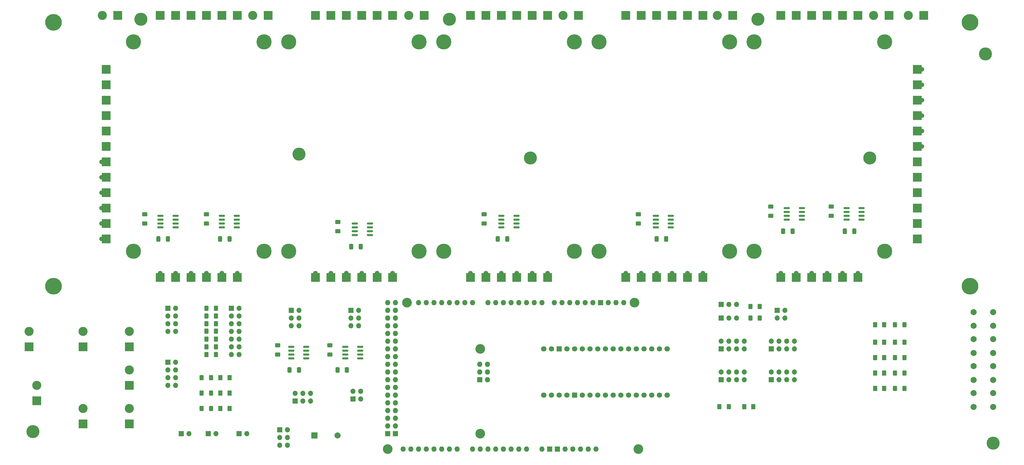
<source format=gts>
G04 #@! TF.GenerationSoftware,KiCad,Pcbnew,7.0.1*
G04 #@! TF.CreationDate,2023-03-21T23:46:41-06:00*
G04 #@! TF.ProjectId,Arm_PCB,41726d5f-5043-4422-9e6b-696361645f70,rev?*
G04 #@! TF.SameCoordinates,Original*
G04 #@! TF.FileFunction,Soldermask,Top*
G04 #@! TF.FilePolarity,Negative*
%FSLAX46Y46*%
G04 Gerber Fmt 4.6, Leading zero omitted, Abs format (unit mm)*
G04 Created by KiCad (PCBNEW 7.0.1) date 2023-03-21 23:46:41*
%MOMM*%
%LPD*%
G01*
G04 APERTURE LIST*
G04 Aperture macros list*
%AMRoundRect*
0 Rectangle with rounded corners*
0 $1 Rounding radius*
0 $2 $3 $4 $5 $6 $7 $8 $9 X,Y pos of 4 corners*
0 Add a 4 corners polygon primitive as box body*
4,1,4,$2,$3,$4,$5,$6,$7,$8,$9,$2,$3,0*
0 Add four circle primitives for the rounded corners*
1,1,$1+$1,$2,$3*
1,1,$1+$1,$4,$5*
1,1,$1+$1,$6,$7*
1,1,$1+$1,$8,$9*
0 Add four rect primitives between the rounded corners*
20,1,$1+$1,$2,$3,$4,$5,0*
20,1,$1+$1,$4,$5,$6,$7,0*
20,1,$1+$1,$6,$7,$8,$9,0*
20,1,$1+$1,$8,$9,$2,$3,0*%
G04 Aperture macros list end*
%ADD10C,4.300000*%
%ADD11R,3.000000X3.000000*%
%ADD12C,3.000000*%
%ADD13C,5.000000*%
%ADD14C,1.500000*%
%ADD15RoundRect,0.250000X-0.625000X0.400000X-0.625000X-0.400000X0.625000X-0.400000X0.625000X0.400000X0*%
%ADD16RoundRect,0.250000X-0.412500X-0.650000X0.412500X-0.650000X0.412500X0.650000X-0.412500X0.650000X0*%
%ADD17RoundRect,0.150000X-0.825000X-0.150000X0.825000X-0.150000X0.825000X0.150000X-0.825000X0.150000X0*%
%ADD18RoundRect,0.250001X-0.462499X-0.624999X0.462499X-0.624999X0.462499X0.624999X-0.462499X0.624999X0*%
%ADD19RoundRect,0.250000X-0.400000X-0.625000X0.400000X-0.625000X0.400000X0.625000X-0.400000X0.625000X0*%
%ADD20R,1.700000X1.700000*%
%ADD21O,1.700000X1.700000*%
%ADD22C,2.000000*%
%ADD23C,5.500000*%
%ADD24C,1.800000*%
%ADD25C,1.727200*%
%ADD26R,1.727200X1.727200*%
%ADD27R,2.000000X2.000000*%
%ADD28C,3.200000*%
%ADD29O,1.727200X1.727200*%
G04 APERTURE END LIST*
D10*
X54610000Y-182880000D03*
D11*
X183515000Y-45720000D03*
D12*
X178435000Y-45720000D03*
D13*
X241055000Y-54400000D03*
X241055000Y-123400000D03*
X284055000Y-54400000D03*
X284055000Y-123400000D03*
D11*
X275255000Y-45720000D03*
X270175000Y-45720000D03*
D14*
X254935000Y-130580000D03*
D11*
X254935000Y-132080000D03*
D14*
X249855000Y-130580000D03*
D11*
X249855000Y-132080000D03*
D14*
X275255000Y-130580000D03*
D11*
X275255000Y-132080000D03*
D14*
X270175000Y-130580000D03*
D11*
X270175000Y-132080000D03*
D14*
X265095000Y-130580000D03*
D11*
X265095000Y-132080000D03*
D14*
X260015000Y-130580000D03*
D11*
X260015000Y-132080000D03*
X265095000Y-45720000D03*
X260015000Y-45720000D03*
X254935000Y-45720000D03*
X249855000Y-45720000D03*
D15*
X152400000Y-154380000D03*
X152400000Y-157480000D03*
D16*
X301675000Y-116840000D03*
X304800000Y-116840000D03*
D10*
X368300000Y-58420000D03*
D17*
X322580000Y-109220000D03*
X322580000Y-110490000D03*
X322580000Y-111760000D03*
X322580000Y-113030000D03*
X327530000Y-113030000D03*
X327530000Y-111760000D03*
X327530000Y-110490000D03*
X327530000Y-109220000D03*
D18*
X332025000Y-147637500D03*
X335000000Y-147637500D03*
D13*
X292155000Y-54400000D03*
X292155000Y-123400000D03*
X335155000Y-54400000D03*
X335155000Y-123400000D03*
D11*
X326355000Y-45720000D03*
X321275000Y-45720000D03*
D14*
X306035000Y-130580000D03*
D11*
X306035000Y-132080000D03*
D14*
X300955000Y-130580000D03*
D11*
X300955000Y-132080000D03*
D14*
X326355000Y-130580000D03*
D11*
X326355000Y-132080000D03*
D14*
X321275000Y-130580000D03*
D11*
X321275000Y-132080000D03*
D14*
X316195000Y-130580000D03*
D11*
X316195000Y-132080000D03*
D14*
X311115000Y-130580000D03*
D11*
X311115000Y-132080000D03*
X316195000Y-45720000D03*
X311115000Y-45720000D03*
X306035000Y-45720000D03*
X300955000Y-45720000D03*
D10*
X370840000Y-186690000D03*
X142240000Y-91440000D03*
D17*
X96650000Y-111760000D03*
X96650000Y-113030000D03*
X96650000Y-114300000D03*
X96650000Y-115570000D03*
X101600000Y-115570000D03*
X101600000Y-114300000D03*
X101600000Y-113030000D03*
X101600000Y-111760000D03*
D15*
X111760000Y-111200000D03*
X111760000Y-114300000D03*
D17*
X139700000Y-154940000D03*
X139700000Y-156210000D03*
X139700000Y-157480000D03*
X139700000Y-158750000D03*
X144650000Y-158750000D03*
X144650000Y-157480000D03*
X144650000Y-156210000D03*
X144650000Y-154940000D03*
X208915000Y-111760000D03*
X208915000Y-113030000D03*
X208915000Y-114300000D03*
X208915000Y-115570000D03*
X213865000Y-115570000D03*
X213865000Y-114300000D03*
X213865000Y-113030000D03*
X213865000Y-111760000D03*
D19*
X111835000Y-147320000D03*
X114935000Y-147320000D03*
D20*
X281315000Y-165740000D03*
D21*
X281315000Y-163200000D03*
X283855000Y-165740000D03*
X283855000Y-163200000D03*
X286395000Y-165740000D03*
X286395000Y-163200000D03*
X288935000Y-165740000D03*
X288935000Y-163200000D03*
D20*
X297825000Y-165740000D03*
D21*
X297825000Y-163200000D03*
X300365000Y-165740000D03*
X300365000Y-163200000D03*
X302905000Y-165740000D03*
X302905000Y-163200000D03*
X305445000Y-165740000D03*
X305445000Y-163200000D03*
D20*
X103505000Y-183515000D03*
D21*
X106045000Y-183515000D03*
D11*
X285115000Y-45720000D03*
D12*
X280035000Y-45720000D03*
D22*
X364415000Y-170180000D03*
X370915000Y-170180000D03*
X364415000Y-174680000D03*
X370915000Y-174680000D03*
D20*
X99060000Y-160020000D03*
D21*
X101600000Y-160020000D03*
X99060000Y-162560000D03*
X101600000Y-162560000D03*
X99060000Y-165100000D03*
X101600000Y-165100000D03*
X99060000Y-167640000D03*
X101600000Y-167640000D03*
D13*
X189955000Y-54400000D03*
X189955000Y-123400000D03*
X232955000Y-54400000D03*
X232955000Y-123400000D03*
D11*
X224155000Y-45720000D03*
X219075000Y-45720000D03*
D14*
X203835000Y-130580000D03*
D11*
X203835000Y-132080000D03*
D14*
X198755000Y-130580000D03*
D11*
X198755000Y-132080000D03*
D14*
X224155000Y-130580000D03*
D11*
X224155000Y-132080000D03*
D14*
X219075000Y-130580000D03*
D11*
X219075000Y-132080000D03*
D14*
X213995000Y-130580000D03*
D11*
X213995000Y-132080000D03*
D14*
X208915000Y-130580000D03*
D11*
X208915000Y-132080000D03*
X213995000Y-45720000D03*
X208915000Y-45720000D03*
X203835000Y-45720000D03*
X198755000Y-45720000D03*
D15*
X91440000Y-111200000D03*
X91440000Y-114300000D03*
D10*
X218440000Y-92710000D03*
D19*
X338530000Y-168592500D03*
X341630000Y-168592500D03*
D11*
X86360000Y-167640000D03*
D12*
X86360000Y-162560000D03*
D19*
X338530000Y-158432500D03*
X341630000Y-158432500D03*
D16*
X260057500Y-119380000D03*
X263182500Y-119380000D03*
D15*
X155072500Y-113740000D03*
X155072500Y-116840000D03*
X254000000Y-111200000D03*
X254000000Y-114300000D03*
D20*
X160020000Y-172085000D03*
D21*
X160020000Y-169545000D03*
X162560000Y-172085000D03*
X162560000Y-169545000D03*
D22*
X364415000Y-152400000D03*
X370915000Y-152400000D03*
X364415000Y-156900000D03*
X370915000Y-156900000D03*
X364415000Y-143455000D03*
X370915000Y-143455000D03*
X364415000Y-147955000D03*
X370915000Y-147955000D03*
D15*
X297602500Y-108660000D03*
X297602500Y-111760000D03*
D18*
X332025000Y-168592500D03*
X335000000Y-168592500D03*
D20*
X135890000Y-182245000D03*
D21*
X138430000Y-182245000D03*
X135890000Y-184785000D03*
X138430000Y-184785000D03*
X135890000Y-187325000D03*
X138430000Y-187325000D03*
D18*
X116405000Y-165100000D03*
X119380000Y-165100000D03*
X332025000Y-153352500D03*
X335000000Y-153352500D03*
X332025000Y-158432500D03*
X335000000Y-158432500D03*
D11*
X86360000Y-180340000D03*
D12*
X86360000Y-175260000D03*
D11*
X71120000Y-180340000D03*
D12*
X71120000Y-175260000D03*
D11*
X234315000Y-45720000D03*
D12*
X229235000Y-45720000D03*
D11*
X86360000Y-154940000D03*
D12*
X86360000Y-149860000D03*
D13*
X138855000Y-54400000D03*
X138855000Y-123400000D03*
X181855000Y-54400000D03*
X181855000Y-123400000D03*
D11*
X173055000Y-45720000D03*
X167975000Y-45720000D03*
D14*
X152735000Y-130580000D03*
D11*
X152735000Y-132080000D03*
D14*
X147655000Y-130580000D03*
D11*
X147655000Y-132080000D03*
D14*
X173055000Y-130580000D03*
D11*
X173055000Y-132080000D03*
D14*
X167975000Y-130580000D03*
D11*
X167975000Y-132080000D03*
D14*
X162895000Y-130580000D03*
D11*
X162895000Y-132080000D03*
D14*
X157815000Y-130580000D03*
D11*
X157815000Y-132080000D03*
X162895000Y-45720000D03*
X157815000Y-45720000D03*
X152735000Y-45720000D03*
X147655000Y-45720000D03*
D17*
X302895000Y-109220000D03*
X302895000Y-110490000D03*
X302895000Y-111760000D03*
X302895000Y-113030000D03*
X307845000Y-113030000D03*
X307845000Y-111760000D03*
X307845000Y-110490000D03*
X307845000Y-109220000D03*
D11*
X347980000Y-45720000D03*
D12*
X342900000Y-45720000D03*
D15*
X203200000Y-111200000D03*
X203200000Y-114300000D03*
D10*
X330200000Y-92710000D03*
D19*
X290920000Y-145415000D03*
X294020000Y-145415000D03*
X111835000Y-157480000D03*
X114935000Y-157480000D03*
D23*
X363220000Y-134940000D03*
X363220000Y-47940000D03*
D11*
X345940000Y-119380000D03*
X345940000Y-114300000D03*
D14*
X347440000Y-68580000D03*
D11*
X345940000Y-68580000D03*
D14*
X347440000Y-63500000D03*
D11*
X345940000Y-63500000D03*
D14*
X347440000Y-88900000D03*
D11*
X345940000Y-88900000D03*
D14*
X347440000Y-83820000D03*
D11*
X345940000Y-83820000D03*
D14*
X347440000Y-78740000D03*
D11*
X345940000Y-78740000D03*
D14*
X347440000Y-73660000D03*
D11*
X345940000Y-73660000D03*
X345940000Y-109220000D03*
X345940000Y-104140000D03*
X345940000Y-99060000D03*
X345940000Y-93980000D03*
D20*
X139700000Y-142875000D03*
D21*
X142240000Y-142875000D03*
X139700000Y-145415000D03*
X142240000Y-145415000D03*
X139700000Y-147955000D03*
X142240000Y-147955000D03*
D16*
X207695000Y-119380000D03*
X210820000Y-119380000D03*
D20*
X140985000Y-172725000D03*
D21*
X140985000Y-170185000D03*
X143525000Y-172725000D03*
X143525000Y-170185000D03*
X146065000Y-172725000D03*
X146065000Y-170185000D03*
D20*
X281305000Y-145415000D03*
D21*
X283845000Y-145415000D03*
X286385000Y-145415000D03*
D13*
X87755000Y-54400000D03*
X87755000Y-123400000D03*
X130755000Y-54400000D03*
X130755000Y-123400000D03*
D11*
X121955000Y-45720000D03*
X116875000Y-45720000D03*
D14*
X101635000Y-130580000D03*
D11*
X101635000Y-132080000D03*
D14*
X96555000Y-130580000D03*
D11*
X96555000Y-132080000D03*
D14*
X121955000Y-130580000D03*
D11*
X121955000Y-132080000D03*
D14*
X116875000Y-130580000D03*
D11*
X116875000Y-132080000D03*
D14*
X111795000Y-130580000D03*
D11*
X111795000Y-132080000D03*
D14*
X106715000Y-130580000D03*
D11*
X106715000Y-132080000D03*
X111795000Y-45720000D03*
X106715000Y-45720000D03*
X101635000Y-45720000D03*
X96555000Y-45720000D03*
D10*
X191770000Y-46990000D03*
D19*
X280745000Y-174625000D03*
X283845000Y-174625000D03*
D17*
X259780000Y-111760000D03*
X259780000Y-113030000D03*
X259780000Y-114300000D03*
X259780000Y-115570000D03*
X264730000Y-115570000D03*
X264730000Y-114300000D03*
X264730000Y-113030000D03*
X264730000Y-111760000D03*
D19*
X111835000Y-149740000D03*
X114935000Y-149740000D03*
D15*
X317500000Y-108660000D03*
X317500000Y-111760000D03*
D11*
X55880000Y-172720000D03*
D12*
X55880000Y-167640000D03*
D20*
X299735000Y-142875000D03*
D21*
X302275000Y-142875000D03*
X299735000Y-145415000D03*
X302275000Y-145415000D03*
D19*
X338530000Y-163512500D03*
X341630000Y-163512500D03*
D10*
X293370000Y-46990000D03*
D19*
X110210000Y-165100000D03*
X113310000Y-165100000D03*
X110210000Y-175260000D03*
X113310000Y-175260000D03*
D18*
X116405000Y-170180000D03*
X119380000Y-170180000D03*
D17*
X157480000Y-154940000D03*
X157480000Y-156210000D03*
X157480000Y-157480000D03*
X157480000Y-158750000D03*
X162430000Y-158750000D03*
X162430000Y-157480000D03*
X162430000Y-156210000D03*
X162430000Y-154940000D03*
D19*
X338530000Y-153352500D03*
X341630000Y-153352500D03*
D18*
X288925000Y-174625000D03*
X291900000Y-174625000D03*
D19*
X338530000Y-147637500D03*
X341630000Y-147637500D03*
D18*
X332025000Y-163512500D03*
X335000000Y-163512500D03*
D16*
X139115000Y-162560000D03*
X142240000Y-162560000D03*
D19*
X290920000Y-141605000D03*
X294020000Y-141605000D03*
D18*
X116405000Y-175260000D03*
X119380000Y-175260000D03*
D19*
X111835000Y-152400000D03*
X114935000Y-152400000D03*
D16*
X154940000Y-162560000D03*
X158065000Y-162560000D03*
D19*
X110210000Y-170180000D03*
X113310000Y-170180000D03*
D16*
X321995000Y-116840000D03*
X325120000Y-116840000D03*
D20*
X281320000Y-140970000D03*
D21*
X283860000Y-140970000D03*
X286400000Y-140970000D03*
D20*
X112395000Y-183515000D03*
D21*
X114935000Y-183515000D03*
D10*
X90170000Y-46990000D03*
D24*
X222885000Y-170815000D03*
X263525000Y-170815000D03*
X222885000Y-155575000D03*
X263525000Y-155575000D03*
D25*
X258445000Y-155575000D03*
X233045000Y-155575000D03*
X253365000Y-155575000D03*
X250825000Y-155575000D03*
X248285000Y-155575000D03*
X245745000Y-155575000D03*
X243205000Y-155575000D03*
X240665000Y-155575000D03*
X238125000Y-155575000D03*
X235585000Y-155575000D03*
X255905000Y-155575000D03*
X227965000Y-170815000D03*
X225425000Y-170815000D03*
X235585000Y-170815000D03*
X238125000Y-170815000D03*
X240665000Y-170815000D03*
X243205000Y-170815000D03*
X245745000Y-170815000D03*
X248285000Y-170815000D03*
X250825000Y-170815000D03*
X253365000Y-170815000D03*
X255905000Y-170815000D03*
X258445000Y-170815000D03*
X260985000Y-170815000D03*
X260985000Y-155575000D03*
D26*
X233045000Y-170815000D03*
X227965000Y-155575000D03*
D25*
X230505000Y-170815000D03*
X230505000Y-155575000D03*
X225425000Y-155575000D03*
D20*
X281315000Y-155580000D03*
D21*
X281315000Y-153040000D03*
X283855000Y-155580000D03*
X283855000Y-153040000D03*
X286395000Y-155580000D03*
X286395000Y-153040000D03*
X288935000Y-155580000D03*
X288935000Y-153040000D03*
D11*
X336550000Y-45720000D03*
D12*
X331470000Y-45720000D03*
D15*
X135255000Y-154380000D03*
X135255000Y-157480000D03*
D16*
X95935000Y-119380000D03*
X99060000Y-119380000D03*
D19*
X111835000Y-142240000D03*
X114935000Y-142240000D03*
X111835000Y-144780000D03*
X114935000Y-144780000D03*
D11*
X82550000Y-45720000D03*
D12*
X77470000Y-45720000D03*
D11*
X53340000Y-154940000D03*
D12*
X53340000Y-149860000D03*
D27*
X147340000Y-184150000D03*
D22*
X154940000Y-184150000D03*
D11*
X132080000Y-45720000D03*
D12*
X127000000Y-45720000D03*
D20*
X120015000Y-142240000D03*
D21*
X122555000Y-142240000D03*
X120015000Y-144780000D03*
X122555000Y-144780000D03*
X120015000Y-147320000D03*
X122555000Y-147320000D03*
X120015000Y-149860000D03*
X122555000Y-149860000D03*
X120015000Y-152400000D03*
X122555000Y-152400000D03*
X120015000Y-154940000D03*
X122555000Y-154940000D03*
X120015000Y-157480000D03*
X122555000Y-157480000D03*
D20*
X297825000Y-155580000D03*
D21*
X297825000Y-153040000D03*
X300365000Y-155580000D03*
X300365000Y-153040000D03*
X302905000Y-155580000D03*
X302905000Y-153040000D03*
X305445000Y-155580000D03*
X305445000Y-153040000D03*
D19*
X111835000Y-154940000D03*
X114935000Y-154940000D03*
D23*
X61460000Y-47940000D03*
X61460000Y-134940000D03*
D11*
X78740000Y-63500000D03*
X78740000Y-68580000D03*
D14*
X77240000Y-114300000D03*
D11*
X78740000Y-114300000D03*
D14*
X77240000Y-119380000D03*
D11*
X78740000Y-119380000D03*
D14*
X77240000Y-93980000D03*
D11*
X78740000Y-93980000D03*
D14*
X77240000Y-99060000D03*
D11*
X78740000Y-99060000D03*
D14*
X77240000Y-104140000D03*
D11*
X78740000Y-104140000D03*
D14*
X77240000Y-109220000D03*
D11*
X78740000Y-109220000D03*
X78740000Y-73660000D03*
X78740000Y-78740000D03*
X78740000Y-83820000D03*
X78740000Y-88900000D03*
D20*
X159385000Y-142875000D03*
D21*
X161925000Y-142875000D03*
X159385000Y-145415000D03*
X161925000Y-145415000D03*
X159385000Y-147955000D03*
X161925000Y-147955000D03*
D20*
X99060000Y-142240000D03*
D21*
X101600000Y-142240000D03*
X99060000Y-144780000D03*
X101600000Y-144780000D03*
X99060000Y-147320000D03*
X101600000Y-147320000D03*
X99060000Y-149860000D03*
X101600000Y-149860000D03*
D17*
X160655000Y-114300000D03*
X160655000Y-115570000D03*
X160655000Y-116840000D03*
X160655000Y-118110000D03*
X165605000Y-118110000D03*
X165605000Y-116840000D03*
X165605000Y-115570000D03*
X165605000Y-114300000D03*
X116840000Y-111760000D03*
X116840000Y-113030000D03*
X116840000Y-114300000D03*
X116840000Y-115570000D03*
X121790000Y-115570000D03*
X121790000Y-114300000D03*
X121790000Y-113030000D03*
X121790000Y-111760000D03*
D22*
X364415000Y-161290000D03*
X370915000Y-161290000D03*
X364415000Y-165790000D03*
X370915000Y-165790000D03*
D16*
X116255000Y-119380000D03*
X119380000Y-119380000D03*
D20*
X122555000Y-183515000D03*
D21*
X125095000Y-183515000D03*
D16*
X159435000Y-121920000D03*
X162560000Y-121920000D03*
D11*
X71120000Y-154940000D03*
D12*
X71120000Y-149860000D03*
D28*
X254000000Y-188595000D03*
X252730000Y-140335000D03*
D29*
X240030000Y-188595000D03*
D28*
X201930000Y-183515000D03*
X201930000Y-155575000D03*
X177800000Y-140335000D03*
X171450000Y-188595000D03*
D29*
X232410000Y-188595000D03*
X229870000Y-188595000D03*
X201803000Y-160655000D03*
X173990000Y-140335000D03*
X171450000Y-140335000D03*
X217170000Y-188595000D03*
X214630000Y-188595000D03*
X212090000Y-188595000D03*
X209550000Y-188595000D03*
X207010000Y-188595000D03*
X204470000Y-188595000D03*
X201930000Y-188595000D03*
X199390000Y-188595000D03*
X194310000Y-188595000D03*
X191770000Y-188595000D03*
X189230000Y-188595000D03*
X186690000Y-188595000D03*
X184150000Y-188595000D03*
X181610000Y-188595000D03*
X179070000Y-188595000D03*
X176530000Y-188595000D03*
X244094000Y-140335000D03*
X204470000Y-140335000D03*
X207010000Y-140335000D03*
X209550000Y-140335000D03*
X212090000Y-140335000D03*
X214630000Y-140335000D03*
X217170000Y-140335000D03*
X219710000Y-140335000D03*
X222250000Y-140335000D03*
X226314000Y-140335000D03*
X228854000Y-140335000D03*
X231394000Y-140335000D03*
X233934000Y-140335000D03*
X236474000Y-140335000D03*
X239014000Y-140335000D03*
X199390000Y-140335000D03*
X196850000Y-140335000D03*
X194310000Y-140335000D03*
X191770000Y-140335000D03*
X189230000Y-140335000D03*
X186690000Y-140335000D03*
X184150000Y-140335000D03*
X181610000Y-140335000D03*
X173990000Y-142875000D03*
X171450000Y-142875000D03*
X173990000Y-145415000D03*
X171450000Y-145415000D03*
X173990000Y-147955000D03*
X171450000Y-147955000D03*
X173990000Y-150495000D03*
X171450000Y-150495000D03*
X173990000Y-153035000D03*
X171450000Y-153035000D03*
X173990000Y-155575000D03*
X171450000Y-155575000D03*
X173990000Y-158115000D03*
X171450000Y-158115000D03*
X173990000Y-160655000D03*
X171450000Y-160655000D03*
X173990000Y-163195000D03*
X171450000Y-163195000D03*
X173990000Y-165735000D03*
X171450000Y-165735000D03*
X173990000Y-168275000D03*
X171450000Y-168275000D03*
X173990000Y-170815000D03*
X171450000Y-170815000D03*
X173990000Y-173355000D03*
X171450000Y-173355000D03*
X173990000Y-175895000D03*
X171450000Y-175895000D03*
X173990000Y-178435000D03*
X171450000Y-178435000D03*
X173990000Y-180975000D03*
X171450000Y-180975000D03*
D26*
X241554000Y-140335000D03*
X227330000Y-188595000D03*
X224790000Y-188595000D03*
X201803000Y-165735000D03*
X173990000Y-183515000D03*
X171450000Y-183515000D03*
D29*
X237490000Y-188595000D03*
X204343000Y-160655000D03*
X201803000Y-163195000D03*
X234950000Y-188595000D03*
X204343000Y-165735000D03*
X204343000Y-163195000D03*
X249174000Y-140335000D03*
X246634000Y-140335000D03*
X222250000Y-188595000D03*
M02*

</source>
